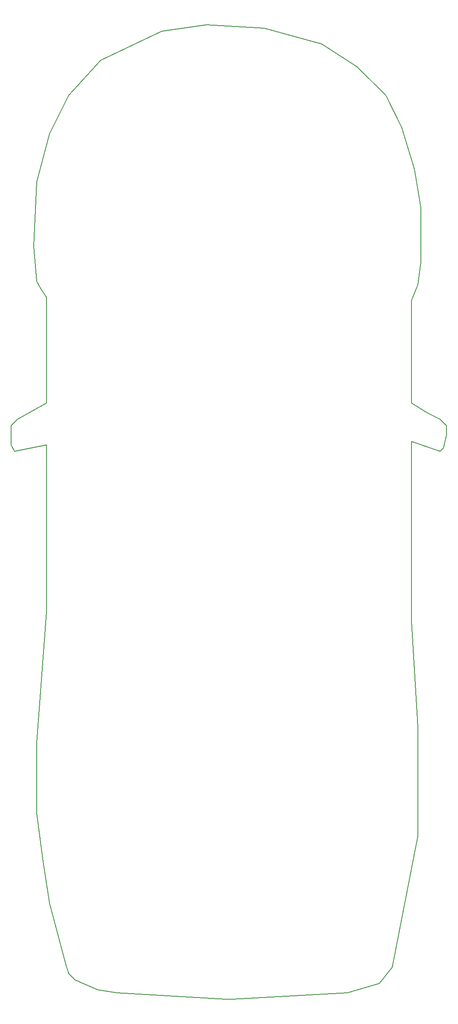
<source format=gbr>
G04 DipTrace 3.3.1.3*
G04 BoardOutline.gbr*
%MOIN*%
G04 #@! TF.FileFunction,Profile*
G04 #@! TF.Part,Single*
%ADD11C,0.005512*%
%FSLAX26Y26*%
G04*
G70*
G90*
G75*
G01*
G04 BoardOutline*
%LPD*%
X668700Y5868700D2*
D11*
Y5043700D1*
X443700Y4918700D1*
X393700Y4868700D1*
Y4718700D1*
X418700Y4668700D1*
X668700Y4718700D1*
Y3418700D1*
X593700Y2393700D1*
Y1843700D1*
X643700Y1468700D1*
X693700Y1143700D1*
X818700Y668700D1*
X843700Y593700D1*
X893700Y543700D1*
X1068700Y468700D1*
X1218700Y443700D1*
X2068700Y393700D1*
X2118700D1*
X3018700Y443700D1*
X3268700Y518700D1*
X3368700Y643700D1*
X3568700Y1668700D1*
Y2518700D1*
X3518700Y3343700D1*
Y4718700D1*
Y4743700D1*
X3743700Y4668700D1*
X3768700Y4693700D1*
X3793700Y4793700D1*
Y4868700D1*
X3743700Y4918700D1*
X3643700Y4968700D1*
X3518700Y5043700D1*
Y5843700D1*
X3568700Y5968700D1*
X3593700Y6143700D1*
Y6568700D1*
X3543700Y6868700D1*
X3443700Y7193700D1*
X3318700Y7443700D1*
X3093700Y7668700D1*
X2818700Y7843700D1*
X2368700Y7968700D1*
X1918700Y7993700D1*
X1568700Y7943700D1*
X1093700Y7718700D1*
X843700Y7443700D1*
X693700Y7143700D1*
X593700Y6768700D1*
X568700Y6268700D1*
X593700Y5993700D1*
X618700Y5943700D1*
X668700Y5868700D1*
M02*

</source>
